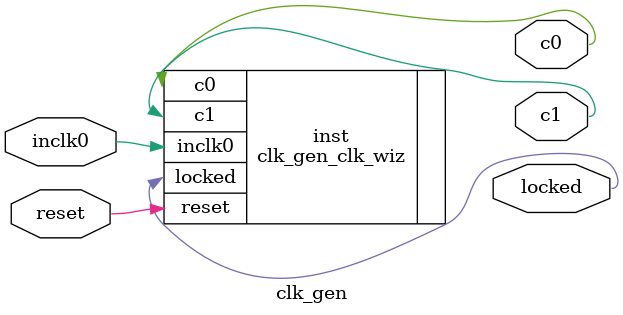
<source format=v>


`timescale 1ps/1ps

(* CORE_GENERATION_INFO = "clk_gen,clk_wiz_v6_0_12_0_0,{component_name=clk_gen,use_phase_alignment=true,use_min_o_jitter=false,use_max_i_jitter=false,use_dyn_phase_shift=false,use_inclk_switchover=false,use_dyn_reconfig=false,enable_axi=0,feedback_source=FDBK_AUTO,PRIMITIVE=PLL,num_out_clk=2,clkin1_period=20.000,clkin2_period=10.0,use_power_down=false,use_reset=true,use_locked=true,use_inclk_stopped=false,feedback_type=SINGLE,CLOCK_MGR_TYPE=NA,manual_override=false}" *)

module clk_gen 
 (
  // Clock out ports
  output        c0,
  output        c1,
  // Status and control signals
  input         reset,
  output        locked,
 // Clock in ports
  input         inclk0
 );

  clk_gen_clk_wiz inst
  (
  // Clock out ports  
  .c0(c0),
  .c1(c1),
  // Status and control signals               
  .reset(reset), 
  .locked(locked),
 // Clock in ports
  .inclk0(inclk0)
  );

endmodule

</source>
